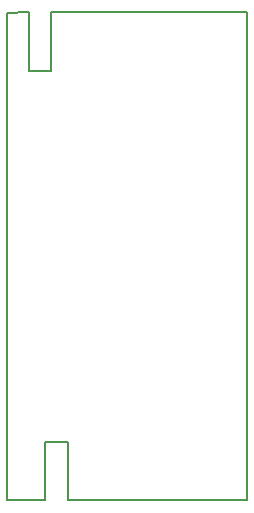
<source format=gbr>
G04 DipTrace 3.3.1.0*
G04 BoardOutline.gbr*
%MOMM*%
G04 #@! TF.FileFunction,Profile*
G04 #@! TF.Part,Single*
%ADD11C,0.14*%
%FSLAX35Y35*%
G04*
G71*
G90*
G75*
G01*
G04 BoardOutline*
%LPD*%
X1000713Y5126953D2*
D11*
X1184000Y5127000D1*
Y4634800D1*
X1374500D1*
Y5127000D1*
X3032000Y5127500D1*
Y1000000D1*
X1514500D1*
Y1492127D1*
X1324000D1*
Y1000000D1*
X1000000D1*
X1000713Y5126953D1*
M02*

</source>
